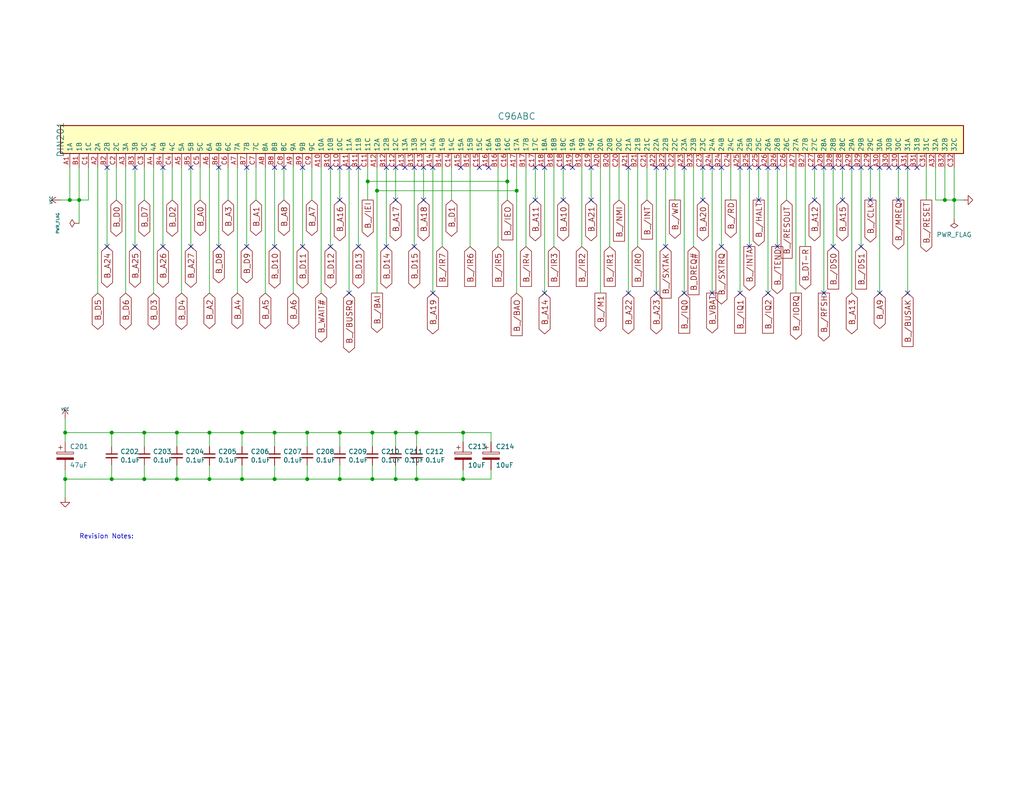
<source format=kicad_sch>
(kicad_sch (version 20211123) (generator eeschema)
  (paper "A")
  (title_block (title "ECB SCSI-1.0") (date "2020-12-30") (rev "001") (company "RetroBrew Computers Group") (comment 1 "Licensed for hobbyist use only.") (comment 2 "Copyright (c) 2020 Richard Cini. All Rights Reserved."))
  (lib_symbols
    (symbol "Device:C_Small" (pin_numbers hide) (pin_names (offset 0.254) hide)
      (property "Reference" "C" (at 0.254 1.778 0))
      (property "Value" "C_Small" (at 0.254 -2.032 0))
      (symbol "C_Small_0_1"
        (polyline (pts (xy -1.524 -0.508) (xy 1.524 -0.508)) (stroke (width 0.3302)))
        (polyline (pts (xy -1.524 0.508) (xy 1.524 0.508)) (stroke (width 0.3048)))
      )
      (symbol "C_Small_1_1"
        (pin passive line (at 0 2.54 270) (length 2.032) (name "~") (number "1"))
        (pin passive line (at 0 -2.54 90) (length 2.032) (name "~") (number "2"))
      )
    )
    (symbol "ECB-SCSI-1.0-001-rescue:C96ABC-Connector"
      (property "Reference" "J" (at 0 125.73 0))
      (property "Value" "C96ABC-Connector" (at 6.35 1.27 90))
      (symbol "C96ABC-Connector_0_1"
        (rectangle (start -3.81 -121.92) (end 3.81 124.46) (stroke (width 0.254)) (fill (type background)))
      )
      (symbol "C96ABC-Connector_1_1"
        (pin passive line (at -7.62 121.92 0) (length 3.81) (name "1A") (number "A1"))
        (pin passive line (at -7.62 53.34 0) (length 3.81) (name "10A") (number "A10"))
        (pin passive line (at -7.62 45.72 0) (length 3.81) (name "11A") (number "A11"))
        (pin passive line (at -7.62 38.1 0) (length 3.81) (name "12A") (number "A12"))
        (pin passive line (at -7.62 30.48 0) (length 3.81) (name "13A") (number "A13"))
        (pin passive line (at -7.62 22.86 0) (length 3.81) (name "14A") (number "A14"))
        (pin passive line (at -7.62 15.24 0) (length 3.81) (name "15A") (number "A15"))
        (pin passive line (at -7.62 7.62 0) (length 3.81) (name "16A") (number "A16"))
        (pin passive line (at -7.62 0 0) (length 3.81) (name "17A") (number "A17"))
        (pin passive line (at -7.62 -7.62 0) (length 3.81) (name "18A") (number "A18"))
        (pin passive line (at -7.62 -15.24 0) (length 3.81) (name "19A") (number "A19"))
        (pin passive line (at -7.62 114.3 0) (length 3.81) (name "2A") (number "A2"))
        (pin passive line (at -7.62 -22.86 0) (length 3.81) (name "20A") (number "A20"))
        (pin tri_state line (at -7.62 -30.48 0) (length 3.81) (name "21A") (number "A21"))
        (pin passive line (at -7.62 -38.1 0) (length 3.81) (name "22A") (number "A22"))
        (pin passive line (at -7.62 -45.72 0) (length 3.81) (name "23A") (number "A23"))
        (pin passive line (at -7.62 -53.34 0) (length 3.81) (name "24A") (number "A24"))
        (pin passive line (at -7.62 -60.96 0) (length 3.81) (name "25A") (number "A25"))
        (pin passive line (at -7.62 -68.58 0) (length 3.81) (name "26A") (number "A26"))
        (pin passive line (at -7.62 -76.2 0) (length 3.81) (name "27A") (number "A27"))
        (pin passive line (at -7.62 -83.82 0) (length 3.81) (name "28A") (number "A28"))
        (pin passive line (at -7.62 -91.44 0) (length 3.81) (name "29A") (number "A29"))
        (pin passive line (at -7.62 106.68 0) (length 3.81) (name "3A") (number "A3"))
        (pin passive line (at -7.62 -99.06 0) (length 3.81) (name "30A") (number "A30"))
        (pin passive line (at -7.62 -106.68 0) (length 3.81) (name "31A") (number "A31"))
        (pin passive line (at -7.62 -114.3 0) (length 3.81) (name "32A") (number "A32"))
        (pin passive line (at -7.62 99.06 0) (length 3.81) (name "4A") (number "A4"))
        (pin passive line (at -7.62 91.44 0) (length 3.81) (name "5A") (number "A5"))
        (pin passive line (at -7.62 83.82 0) (length 3.81) (name "6A") (number "A6"))
        (pin passive line (at -7.62 76.2 0) (length 3.81) (name "7A") (number "A7"))
        (pin passive line (at -7.62 68.58 0) (length 3.81) (name "8A") (number "A8"))
        (pin passive line (at -7.62 60.96 0) (length 3.81) (name "9A") (number "A9"))
        (pin passive line (at -7.62 119.38 0) (length 3.81) (name "1B") (number "B1"))
        (pin passive line (at -7.62 50.8 0) (length 3.81) (name "10B") (number "B10"))
        (pin passive line (at -7.62 43.18 0) (length 3.81) (name "11B") (number "B11"))
        (pin passive line (at -7.62 35.56 0) (length 3.81) (name "12B") (number "B12"))
        (pin passive line (at -7.62 27.94 0) (length 3.81) (name "13B") (number "B13"))
        (pin passive line (at -7.62 20.32 0) (length 3.81) (name "14B") (number "B14"))
        (pin passive line (at -7.62 12.7 0) (length 3.81) (name "15B") (number "B15"))
        (pin passive line (at -7.62 5.08 0) (length 3.81) (name "16B") (number "B16"))
        (pin passive line (at -7.62 -2.54 0) (length 3.81) (name "17B") (number "B17"))
        (pin passive line (at -7.62 -10.16 0) (length 3.81) (name "18B") (number "B18"))
        (pin passive line (at -7.62 -17.78 0) (length 3.81) (name "19B") (number "B19"))
        (pin passive line (at -7.62 111.76 0) (length 3.81) (name "2B") (number "B2"))
        (pin passive line (at -7.62 -25.4 0) (length 3.81) (name "20B") (number "B20"))
        (pin passive line (at -7.62 -33.02 0) (length 3.81) (name "21B") (number "B21"))
        (pin passive line (at -7.62 -40.64 0) (length 3.81) (name "22B") (number "B22"))
        (pin passive line (at -7.62 -48.26 0) (length 3.81) (name "23B") (number "B23"))
        (pin passive line (at -7.62 -55.88 0) (length 3.81) (name "24B") (number "B24"))
        (pin passive line (at -7.62 -63.5 0) (length 3.81) (name "25B") (number "B25"))
        (pin passive line (at -7.62 -71.12 0) (length 3.81) (name "26B") (number "B26"))
        (pin passive line (at -7.62 -78.74 0) (length 3.81) (name "27B") (number "B27"))
        (pin passive line (at -7.62 -86.36 0) (length 3.81) (name "28B") (number "B28"))
        (pin passive line (at -7.62 -93.98 0) (length 3.81) (name "29B") (number "B29"))
        (pin passive line (at -7.62 104.14 0) (length 3.81) (name "3B") (number "B3"))
        (pin passive line (at -7.62 -101.6 0) (length 3.81) (name "30B") (number "B30"))
        (pin passive line (at -7.62 -109.22 0) (length 3.81) (name "31B") (number "B31"))
        (pin passive line (at -7.62 -116.84 0) (length 3.81) (name "32B") (number "B32"))
        (pin passive line (at -7.62 96.52 0) (length 3.81) (name "4B") (number "B4"))
        (pin passive line (at -7.62 88.9 0) (length 3.81) (name "5B") (number "B5"))
        (pin passive line (at -7.62 81.28 0) (length 3.81) (name "6B") (number "B6"))
        (pin passive line (at -7.62 73.66 0) (length 3.81) (name "7B") (number "B7"))
        (pin passive line (at -7.62 66.04 0) (length 3.81) (name "8B") (number "B8"))
        (pin passive line (at -7.62 58.42 0) (length 3.81) (name "9B") (number "B9"))
        (pin passive line (at -7.62 116.84 0) (length 3.81) (name "1C") (number "C1"))
        (pin passive line (at -7.62 48.26 0) (length 3.81) (name "10C") (number "C10"))
        (pin passive line (at -7.62 40.64 0) (length 3.81) (name "11C") (number "C11"))
        (pin passive line (at -7.62 33.02 0) (length 3.81) (name "12C") (number "C12"))
        (pin passive line (at -7.62 25.4 0) (length 3.81) (name "13C") (number "C13"))
        (pin passive line (at -7.62 17.78 0) (length 3.81) (name "14C") (number "C14"))
        (pin passive line (at -7.62 10.16 0) (length 3.81) (name "15C") (number "C15"))
        (pin passive line (at -7.62 2.54 0) (length 3.81) (name "16C") (number "C16"))
        (pin passive line (at -7.62 -5.08 0) (length 3.81) (name "17C") (number "C17"))
        (pin passive line (at -7.62 -12.7 0) (length 3.81) (name "18C") (number "C18"))
        (pin passive line (at -7.62 -20.32 0) (length 3.81) (name "19C") (number "C19"))
        (pin passive line (at -7.62 109.22 0) (length 3.81) (name "2C") (number "C2"))
        (pin passive line (at -7.62 -27.94 0) (length 3.81) (name "20C") (number "C20"))
        (pin passive line (at -7.62 -35.56 0) (length 3.81) (name "21C") (number "C21"))
        (pin passive line (at -7.62 -43.18 0) (length 3.81) (name "22C") (number "C22"))
        (pin passive line (at -7.62 -50.8 0) (length 3.81) (name "23C") (number "C23"))
        (pin passive line (at -7.62 -58.42 0) (length 3.81) (name "24C") (number "C24"))
        (pin passive line (at -7.62 -66.04 0) (length 3.81) (name "25C") (number "C25"))
        (pin passive line (at -7.62 -73.66 0) (length 3.81) (name "26C") (number "C26"))
        (pin passive line (at -7.62 -81.28 0) (length 3.81) (name "27C") (number "C27"))
        (pin passive line (at -7.62 -88.9 0) (length 3.81) (name "28C") (number "C28"))
        (pin passive line (at -7.62 -96.52 0) (length 3.81) (name "29C") (number "C29"))
        (pin passive line (at -7.62 101.6 0) (length 3.81) (name "3C") (number "C3"))
        (pin passive line (at -7.62 -104.14 0) (length 3.81) (name "30C") (number "C30"))
        (pin passive line (at -7.62 -111.76 0) (length 3.81) (name "31C") (number "C31"))
        (pin passive line (at -7.62 -119.38 0) (length 3.81) (name "32C") (number "C32"))
        (pin passive line (at -7.62 93.98 0) (length 3.81) (name "4C") (number "C4"))
        (pin passive line (at -7.62 86.36 0) (length 3.81) (name "5C") (number "C5"))
        (pin passive line (at -7.62 78.74 0) (length 3.81) (name "6C") (number "C6"))
        (pin passive line (at -7.62 71.12 0) (length 3.81) (name "7C") (number "C7"))
        (pin passive line (at -7.62 63.5 0) (length 3.81) (name "8C") (number "C8"))
        (pin passive line (at -7.62 55.88 0) (length 3.81) (name "9C") (number "C9"))
      )
    )
    (symbol "ECB-SCSI-1.0-001-rescue:CP-Device" (pin_numbers hide) (pin_names (offset 0.254))
      (property "Reference" "C" (at 0.635 2.54 0))
      (property "Value" "CP-Device" (at 0.635 -2.54 0))
      (symbol "CP-Device_0_1"
        (rectangle (start -2.286 0.508) (end 2.286 1.016))
        (polyline (pts (xy -1.778 2.286) (xy -0.762 2.286)))
        (polyline (pts (xy -1.27 2.794) (xy -1.27 1.778)))
        (rectangle (start 2.286 -0.508) (end -2.286 -1.016) (fill (type outline)))
      )
      (symbol "CP-Device_1_1"
        (pin passive line (at 0 3.81 270) (length 2.794) (name "~") (number "1"))
        (pin passive line (at 0 -3.81 90) (length 2.794) (name "~") (number "2"))
      )
    )
    (symbol "power:GND" (power) (pin_names (offset 0))
      (property "Value" "GND" (at 0 -3.81 0))
      (symbol "GND_0_1"
        (polyline (pts (xy 0 0) (xy 0 -1.27) (xy 1.27 -1.27) (xy 0 -2.54) (xy -1.27 -1.27) (xy 0 -1.27)))
      )
      (symbol "GND_1_1"
        (pin power_in line (at 0 0 270) (length 0) hide (name "GND") (number "1"))
      )
    )
    (symbol "power:PWR_FLAG" (power) (pin_numbers hide) (pin_names (offset 0) hide)
      (property "Value" "PWR_FLAG" (at 0 3.81 0))
      (symbol "PWR_FLAG_0_0"
        (pin power_out line (at 0 0 90) (length 0) (name "pwr") (number "1"))
      )
      (symbol "PWR_FLAG_0_1"
        (polyline (pts (xy 0 0) (xy 0 1.27) (xy -1.016 1.905) (xy 0 2.54) (xy 1.016 1.905) (xy 0 1.27)))
      )
    )
    (symbol "power:VCC" (power) (pin_names (offset 0))
      (property "Value" "VCC" (at 0 3.81 0))
      (symbol "VCC_0_1"
        (polyline (pts (xy -0.762 1.27) (xy 0 2.54)))
        (polyline (pts (xy 0 0) (xy 0 2.54)))
        (polyline (pts (xy 0 2.54) (xy 0.762 1.27)))
      )
      (symbol "VCC_1_1"
        (pin power_in line (at 0 0 90) (length 0) hide (name "VCC") (number "1"))
      )
    )
  )
  (junction (at 74.93 130.81))
  (junction (at 140.97 52.07))
  (junction (at 48.26 118.11))
  (junction (at 30.48 130.81))
  (junction (at 17.78 118.11))
  (junction (at 257.81 54.61))
  (junction (at 21.59 54.61))
  (junction (at 66.04 118.11))
  (junction (at 17.78 130.81))
  (junction (at 92.71 130.81))
  (junction (at 107.95 130.81))
  (junction (at 39.37 118.11))
  (junction (at 92.71 118.11))
  (junction (at 100.33 49.53))
  (junction (at 113.665 130.81))
  (junction (at 39.37 130.81))
  (junction (at 30.48 118.11))
  (junction (at 102.87 52.07))
  (junction (at 260.35 54.61))
  (junction (at 48.26 130.81))
  (junction (at 126.365 130.81))
  (junction (at 83.82 118.11))
  (junction (at 126.365 118.11))
  (junction (at 57.15 118.11))
  (junction (at 101.6 118.11))
  (junction (at 74.93 118.11))
  (junction (at 113.665 118.11))
  (junction (at 19.05 54.61))
  (junction (at 57.15 130.81))
  (junction (at 66.04 130.81))
  (junction (at 138.43 49.53))
  (junction (at 83.82 130.81))
  (junction (at 107.95 118.11))
  (junction (at 101.6 130.81))
  (no_connect (at 52.07 45.72))
  (no_connect (at 171.45 80.01))
  (no_connect (at 161.29 45.72))
  (no_connect (at 247.65 45.72))
  (no_connect (at 186.69 80.01))
  (no_connect (at 148.59 80.01))
  (no_connect (at 74.93 45.72))
  (no_connect (at 245.11 54.61))
  (no_connect (at 234.95 67.31))
  (no_connect (at 125.73 45.72))
  (no_connect (at 148.59 45.72))
  (no_connect (at 59.69 67.31))
  (no_connect (at 105.41 67.31))
  (no_connect (at 29.21 45.72))
  (no_connect (at 227.33 45.72))
  (no_connect (at 97.79 45.72))
  (no_connect (at 207.01 54.61))
  (no_connect (at 212.09 67.31))
  (no_connect (at 44.45 67.31))
  (no_connect (at 118.11 80.01))
  (no_connect (at 113.03 67.31))
  (no_connect (at 105.41 45.72))
  (no_connect (at 107.95 54.61))
  (no_connect (at 240.03 80.01))
  (no_connect (at 146.05 45.72))
  (no_connect (at 92.71 54.61))
  (no_connect (at 29.21 67.31))
  (no_connect (at 67.31 45.72))
  (no_connect (at 227.33 67.31))
  (no_connect (at 196.85 45.72))
  (no_connect (at 209.55 80.01))
  (no_connect (at 118.11 45.72))
  (no_connect (at 97.79 67.31))
  (no_connect (at 240.03 45.72))
  (no_connect (at 59.69 45.72))
  (no_connect (at 115.57 45.72))
  (no_connect (at 82.55 45.72))
  (no_connect (at 90.17 67.31))
  (no_connect (at 229.87 54.61))
  (no_connect (at 209.55 45.72))
  (no_connect (at 115.57 54.61))
  (no_connect (at 95.25 45.72))
  (no_connect (at 110.49 45.72))
  (no_connect (at 90.17 45.72))
  (no_connect (at 113.03 45.72))
  (no_connect (at 181.61 67.31))
  (no_connect (at 204.47 45.72))
  (no_connect (at 222.25 45.72))
  (no_connect (at 153.67 54.61))
  (no_connect (at 107.95 45.72))
  (no_connect (at 82.55 67.31))
  (no_connect (at 36.83 67.31))
  (no_connect (at 234.95 45.72))
  (no_connect (at 77.47 45.72))
  (no_connect (at 179.07 45.72))
  (no_connect (at 44.45 45.72))
  (no_connect (at 207.01 45.72))
  (no_connect (at 194.31 80.01))
  (no_connect (at 92.71 45.72))
  (no_connect (at 36.83 45.72))
  (no_connect (at 224.79 80.01))
  (no_connect (at 222.25 54.61))
  (no_connect (at 250.19 45.72))
  (no_connect (at 194.31 45.72))
  (no_connect (at 237.49 45.72))
  (no_connect (at 52.07 67.31))
  (no_connect (at 191.77 54.61))
  (no_connect (at 191.77 45.72))
  (no_connect (at 156.21 45.72))
  (no_connect (at 201.93 80.01))
  (no_connect (at 224.79 45.72))
  (no_connect (at 212.09 45.72))
  (no_connect (at 95.25 80.01))
  (no_connect (at 161.29 54.61))
  (no_connect (at 196.85 67.31))
  (no_connect (at 153.67 45.72))
  (no_connect (at 146.05 54.61))
  (no_connect (at 229.87 45.72))
  (no_connect (at 171.45 45.72))
  (no_connect (at 201.93 45.72))
  (no_connect (at 245.11 45.72))
  (no_connect (at 232.41 45.72))
  (no_connect (at 130.81 45.72))
  (no_connect (at 133.35 45.72))
  (no_connect (at 67.31 67.31))
  (no_connect (at 179.07 80.01))
  (no_connect (at 204.47 67.31))
  (no_connect (at 242.57 45.72))
  (no_connect (at 186.69 45.72))
  (no_connect (at 74.93 67.31))
  (no_connect (at 237.49 54.61))
  (no_connect (at 247.65 80.01))
  (no_connect (at 181.61 45.72))
  (wire (pts (xy 168.91 45.72) (xy 168.91 54.61)))
  (wire (pts (xy 260.35 45.72) (xy 260.35 54.61)))
  (wire (pts (xy 184.15 45.72) (xy 184.15 54.61)))
  (wire (pts (xy 57.15 118.11) (xy 66.04 118.11)))
  (wire (pts (xy 30.48 118.11) (xy 39.37 118.11)))
  (wire (pts (xy 153.67 45.72) (xy 153.67 54.61)))
  (wire (pts (xy 140.97 52.07) (xy 102.87 52.07)))
  (wire (pts (xy 135.89 45.72) (xy 135.89 67.31)))
  (wire (pts (xy 227.33 45.72) (xy 227.33 67.31)))
  (wire (pts (xy 173.99 45.72) (xy 173.99 67.31)))
  (wire (pts (xy 133.985 118.11) (xy 133.985 120.65)))
  (wire (pts (xy 102.87 52.07) (xy 102.87 80.01)))
  (wire (pts (xy 46.99 45.72) (xy 46.99 54.61)))
  (wire (pts (xy 201.93 45.72) (xy 201.93 80.01)))
  (wire (pts (xy 17.78 128.27) (xy 17.78 130.81)))
  (wire (pts (xy 62.23 45.72) (xy 62.23 54.61)))
  (wire (pts (xy 212.09 45.72) (xy 212.09 67.31)))
  (wire (pts (xy 16.51 54.61) (xy 19.05 54.61)))
  (wire (pts (xy 83.82 130.81) (xy 74.93 130.81)))
  (wire (pts (xy 229.87 45.72) (xy 229.87 54.61)))
  (wire (pts (xy 90.17 45.72) (xy 90.17 67.31)))
  (wire (pts (xy 100.33 45.72) (xy 100.33 49.53)))
  (wire (pts (xy 140.97 45.72) (xy 140.97 52.07)))
  (wire (pts (xy 74.93 45.72) (xy 74.93 67.31)))
  (wire (pts (xy 57.15 127) (xy 57.15 130.81)))
  (wire (pts (xy 101.6 127) (xy 101.6 130.81)))
  (wire (pts (xy 120.65 45.72) (xy 120.65 67.31)))
  (wire (pts (xy 222.25 45.72) (xy 222.25 54.61)))
  (wire (pts (xy 176.53 45.72) (xy 176.53 54.61)))
  (wire (pts (xy 255.27 54.61) (xy 257.81 54.61)))
  (wire (pts (xy 101.6 130.81) (xy 107.95 130.81)))
  (wire (pts (xy 17.78 130.81) (xy 17.78 135.89)))
  (wire (pts (xy 67.31 45.72) (xy 67.31 67.31)))
  (wire (pts (xy 199.39 45.72) (xy 199.39 54.61)))
  (wire (pts (xy 69.85 45.72) (xy 69.85 54.61)))
  (wire (pts (xy 74.93 118.11) (xy 83.82 118.11)))
  (wire (pts (xy 113.665 130.81) (xy 126.365 130.81)))
  (wire (pts (xy 41.91 45.72) (xy 41.91 80.01)))
  (wire (pts (xy 85.09 45.72) (xy 85.09 54.61)))
  (wire (pts (xy 151.13 45.72) (xy 151.13 67.31)))
  (wire (pts (xy 39.37 121.92) (xy 39.37 118.11)))
  (wire (pts (xy 260.35 54.61) (xy 260.35 59.69)))
  (wire (pts (xy 255.27 45.72) (xy 255.27 54.61)))
  (wire (pts (xy 82.55 45.72) (xy 82.55 67.31)))
  (wire (pts (xy 29.21 45.72) (xy 29.21 67.31)))
  (wire (pts (xy 207.01 45.72) (xy 207.01 54.61)))
  (wire (pts (xy 44.45 45.72) (xy 44.45 67.31)))
  (wire (pts (xy 19.05 45.72) (xy 19.05 54.61)))
  (wire (pts (xy 83.82 118.11) (xy 92.71 118.11)))
  (wire (pts (xy 39.37 130.81) (xy 30.48 130.81)))
  (wire (pts (xy 66.04 127) (xy 66.04 130.81)))
  (wire (pts (xy 171.45 45.72) (xy 171.45 80.01)))
  (wire (pts (xy 102.87 45.72) (xy 102.87 52.07)))
  (wire (pts (xy 95.25 45.72) (xy 95.25 80.01)))
  (wire (pts (xy 21.59 54.61) (xy 21.59 60.96)))
  (wire (pts (xy 48.26 127) (xy 48.26 130.81)))
  (wire (pts (xy 179.07 45.72) (xy 179.07 80.01)))
  (wire (pts (xy 217.17 45.72) (xy 217.17 80.01)))
  (wire (pts (xy 48.26 118.11) (xy 48.26 121.92)))
  (wire (pts (xy 92.71 45.72) (xy 92.71 54.61)))
  (wire (pts (xy 74.93 127) (xy 74.93 130.81)))
  (wire (pts (xy 36.83 45.72) (xy 36.83 67.31)))
  (wire (pts (xy 59.69 45.72) (xy 59.69 67.31)))
  (wire (pts (xy 113.665 127) (xy 113.665 130.81)))
  (wire (pts (xy 92.71 127) (xy 92.71 130.81)))
  (wire (pts (xy 133.985 130.81) (xy 133.985 128.27)))
  (wire (pts (xy 57.15 45.72) (xy 57.15 80.01)))
  (wire (pts (xy 128.27 45.72) (xy 128.27 67.31)))
  (wire (pts (xy 115.57 45.72) (xy 115.57 54.61)))
  (wire (pts (xy 80.01 45.72) (xy 80.01 80.01)))
  (wire (pts (xy 64.77 45.72) (xy 64.77 80.01)))
  (wire (pts (xy 237.49 45.72) (xy 237.49 54.61)))
  (wire (pts (xy 101.6 118.11) (xy 101.6 121.92)))
  (wire (pts (xy 100.33 49.53) (xy 138.43 49.53)))
  (wire (pts (xy 105.41 45.72) (xy 105.41 67.31)))
  (wire (pts (xy 107.95 118.11) (xy 101.6 118.11)))
  (wire (pts (xy 123.19 45.72) (xy 123.19 54.61)))
  (wire (pts (xy 138.43 45.72) (xy 138.43 49.53)))
  (wire (pts (xy 204.47 45.72) (xy 204.47 67.31)))
  (wire (pts (xy 30.48 118.11) (xy 17.78 118.11)))
  (wire (pts (xy 113.665 130.81) (xy 107.95 130.81)))
  (wire (pts (xy 21.59 54.61) (xy 24.13 54.61)))
  (wire (pts (xy 126.365 128.27) (xy 126.365 130.81)))
  (wire (pts (xy 92.71 118.11) (xy 101.6 118.11)))
  (wire (pts (xy 257.81 54.61) (xy 260.35 54.61)))
  (wire (pts (xy 126.365 130.81) (xy 133.985 130.81)))
  (wire (pts (xy 214.63 45.72) (xy 214.63 54.61)))
  (wire (pts (xy 143.51 45.72) (xy 143.51 67.31)))
  (wire (pts (xy 30.48 127) (xy 30.48 130.81)))
  (wire (pts (xy 234.95 45.72) (xy 234.95 67.31)))
  (wire (pts (xy 260.35 54.61) (xy 262.89 54.61)))
  (wire (pts (xy 83.82 127) (xy 83.82 130.81)))
  (wire (pts (xy 232.41 45.72) (xy 232.41 80.01)))
  (wire (pts (xy 39.37 45.72) (xy 39.37 54.61)))
  (wire (pts (xy 66.04 130.81) (xy 57.15 130.81)))
  (wire (pts (xy 17.78 118.11) (xy 17.78 120.65)))
  (wire (pts (xy 39.37 118.11) (xy 48.26 118.11)))
  (wire (pts (xy 247.65 45.72) (xy 247.65 80.01)))
  (wire (pts (xy 186.69 45.72) (xy 186.69 80.01)))
  (wire (pts (xy 107.95 45.72) (xy 107.95 54.61)))
  (wire (pts (xy 196.85 45.72) (xy 196.85 67.31)))
  (wire (pts (xy 48.26 130.81) (xy 39.37 130.81)))
  (wire (pts (xy 163.83 45.72) (xy 163.83 80.01)))
  (wire (pts (xy 97.79 45.72) (xy 97.79 67.31)))
  (wire (pts (xy 100.33 49.53) (xy 100.33 54.61)))
  (wire (pts (xy 26.67 45.72) (xy 26.67 80.01)))
  (wire (pts (xy 87.63 45.72) (xy 87.63 80.01)))
  (wire (pts (xy 74.93 130.81) (xy 66.04 130.81)))
  (wire (pts (xy 219.71 45.72) (xy 219.71 67.31)))
  (wire (pts (xy 52.07 45.72) (xy 52.07 67.31)))
  (wire (pts (xy 72.39 45.72) (xy 72.39 80.01)))
  (wire (pts (xy 19.05 54.61) (xy 21.59 54.61)))
  (wire (pts (xy 39.37 127) (xy 39.37 130.81)))
  (wire (pts (xy 181.61 45.72) (xy 181.61 67.31)))
  (wire (pts (xy 107.95 130.81) (xy 107.95 127)))
  (wire (pts (xy 252.73 45.72) (xy 252.73 54.61)))
  (wire (pts (xy 126.365 118.11) (xy 133.985 118.11)))
  (wire (pts (xy 57.15 130.81) (xy 48.26 130.81)))
  (wire (pts (xy 21.59 45.72) (xy 21.59 54.61)))
  (wire (pts (xy 66.04 118.11) (xy 66.04 121.92)))
  (wire (pts (xy 146.05 45.72) (xy 146.05 54.61)))
  (wire (pts (xy 191.77 45.72) (xy 191.77 54.61)))
  (wire (pts (xy 34.29 45.72) (xy 34.29 80.01)))
  (wire (pts (xy 24.13 45.72) (xy 24.13 54.61)))
  (wire (pts (xy 245.11 45.72) (xy 245.11 54.61)))
  (wire (pts (xy 48.26 118.11) (xy 57.15 118.11)))
  (wire (pts (xy 57.15 121.92) (xy 57.15 118.11)))
  (wire (pts (xy 148.59 45.72) (xy 148.59 80.01)))
  (wire (pts (xy 83.82 118.11) (xy 83.82 121.92)))
  (wire (pts (xy 166.37 45.72) (xy 166.37 67.31)))
  (wire (pts (xy 240.03 45.72) (xy 240.03 80.01)))
  (wire (pts (xy 194.31 45.72) (xy 194.31 80.01)))
  (wire (pts (xy 107.95 121.92) (xy 107.95 118.11)))
  (wire (pts (xy 140.97 52.07) (xy 140.97 80.01)))
  (wire (pts (xy 77.47 45.72) (xy 77.47 54.61)))
  (wire (pts (xy 118.11 45.72) (xy 118.11 80.01)))
  (wire (pts (xy 30.48 130.81) (xy 17.78 130.81)))
  (wire (pts (xy 209.55 45.72) (xy 209.55 80.01)))
  (wire (pts (xy 113.665 121.92) (xy 113.665 118.11)))
  (wire (pts (xy 54.61 45.72) (xy 54.61 54.61)))
  (wire (pts (xy 161.29 45.72) (xy 161.29 54.61)))
  (wire (pts (xy 49.53 45.72) (xy 49.53 80.01)))
  (wire (pts (xy 113.665 118.11) (xy 107.95 118.11)))
  (wire (pts (xy 30.48 121.92) (xy 30.48 118.11)))
  (wire (pts (xy 66.04 118.11) (xy 74.93 118.11)))
  (wire (pts (xy 126.365 118.11) (xy 126.365 120.65)))
  (wire (pts (xy 31.75 45.72) (xy 31.75 54.61)))
  (wire (pts (xy 138.43 49.53) (xy 138.43 54.61)))
  (wire (pts (xy 158.75 45.72) (xy 158.75 67.31)))
  (wire (pts (xy 74.93 121.92) (xy 74.93 118.11)))
  (wire (pts (xy 113.665 118.11) (xy 126.365 118.11)))
  (wire (pts (xy 92.71 130.81) (xy 83.82 130.81)))
  (wire (pts (xy 101.6 130.81) (xy 92.71 130.81)))
  (wire (pts (xy 189.23 45.72) (xy 189.23 67.31)))
  (wire (pts (xy 17.78 114.3) (xy 17.78 118.11)))
  (wire (pts (xy 113.03 45.72) (xy 113.03 67.31)))
  (wire (pts (xy 92.71 118.11) (xy 92.71 121.92)))
  (wire (pts (xy 257.81 45.72) (xy 257.81 54.61)))
  (wire (pts (xy 224.79 45.72) (xy 224.79 80.01)))
  (text "Revision Notes:" (at 21.59 147.32 0) (effects (font (size 1.27 1.27)) (justify left bottom)))
  (global_label "B_A12" (shape tri_state) (at 222.25 54.61 270) (effects (font (size 1.524 1.524))) (property "Intersheet References" "${INTERSHEET_REFS}" (effects hide)))
  (global_label "B_/DS1" (shape input) (at 234.95 67.31 270) (effects (font (size 1.524 1.524))) (property "Intersheet References" "${INTERSHEET_REFS}" (effects hide)))
  (global_label "B_D7" (shape bidirectional) (at 39.37 54.61 270) (effects (font (size 1.524 1.524))) (property "Intersheet References" "${INTERSHEET_REFS}" (effects hide)))
  (global_label "B_D15" (shape tri_state) (at 113.03 67.31 270) (effects (font (size 1.524 1.524))) (property "Intersheet References" "${INTERSHEET_REFS}" (effects hide)))
  (global_label "B_A17" (shape tri_state) (at 107.95 54.61 270) (effects (font (size 1.524 1.524))) (property "Intersheet References" "${INTERSHEET_REFS}" (effects hide)))
  (global_label "B_/IEI" (shape output) (at 100.33 54.61 270) (effects (font (size 1.524 1.524))) (property "Intersheet References" "${INTERSHEET_REFS}" (effects hide)))
  (global_label "B_/IQ2" (shape input) (at 209.55 80.01 270) (effects (font (size 1.524 1.524))) (property "Intersheet References" "${INTERSHEET_REFS}" (effects hide)))
  (global_label "B_A24" (shape bidirectional) (at 29.21 67.31 270) (effects (font (size 1.524 1.524))) (property "Intersheet References" "${INTERSHEET_REFS}" (effects hide)))
  (global_label "B_/BUSRQ" (shape bidirectional) (at 95.25 80.01 270) (effects (font (size 1.524 1.524))) (property "Intersheet References" "${INTERSHEET_REFS}" (effects hide)))
  (global_label "B_/IEO" (shape input) (at 138.43 54.61 270) (effects (font (size 1.524 1.524))) (property "Intersheet References" "${INTERSHEET_REFS}" (effects hide)))
  (global_label "B_A0" (shape bidirectional) (at 54.61 54.61 270) (effects (font (size 1.524 1.524))) (property "Intersheet References" "${INTERSHEET_REFS}" (effects hide)))
  (global_label "B_/IQ1" (shape input) (at 201.93 80.01 270) (effects (font (size 1.524 1.524))) (property "Intersheet References" "${INTERSHEET_REFS}" (effects hide)))
  (global_label "B_A22" (shape bidirectional) (at 171.45 80.01 270) (effects (font (size 1.524 1.524))) (property "Intersheet References" "${INTERSHEET_REFS}" (effects hide)))
  (global_label "B_/IR7" (shape input) (at 120.65 67.31 270) (effects (font (size 1.524 1.524))) (property "Intersheet References" "${INTERSHEET_REFS}" (effects hide)))
  (global_label "B_D9" (shape tri_state) (at 67.31 67.31 270) (effects (font (size 1.524 1.524))) (property "Intersheet References" "${INTERSHEET_REFS}" (effects hide)))
  (global_label "B_D1" (shape bidirectional) (at 123.19 54.61 270) (effects (font (size 1.524 1.524))) (property "Intersheet References" "${INTERSHEET_REFS}" (effects hide)))
  (global_label "B_D8" (shape tri_state) (at 59.69 67.31 270) (effects (font (size 1.524 1.524))) (property "Intersheet References" "${INTERSHEET_REFS}" (effects hide)))
  (global_label "B_/SXTRQ" (shape tri_state) (at 196.85 67.31 270) (effects (font (size 1.524 1.524))) (property "Intersheet References" "${INTERSHEET_REFS}" (effects hide)))
  (global_label "B_A4" (shape bidirectional) (at 64.77 80.01 270) (effects (font (size 1.524 1.524))) (property "Intersheet References" "${INTERSHEET_REFS}" (effects hide)))
  (global_label "B_A9" (shape tri_state) (at 240.03 80.01 270) (effects (font (size 1.524 1.524))) (property "Intersheet References" "${INTERSHEET_REFS}" (effects hide)))
  (global_label "B_/NMI" (shape input) (at 168.91 54.61 270) (effects (font (size 1.524 1.524))) (property "Intersheet References" "${INTERSHEET_REFS}" (effects hide)))
  (global_label "B_/RFSH" (shape output) (at 224.79 80.01 270) (effects (font (size 1.524 1.524))) (property "Intersheet References" "${INTERSHEET_REFS}" (effects hide)))
  (global_label "B_A25" (shape bidirectional) (at 36.83 67.31 270) (effects (font (size 1.524 1.524))) (property "Intersheet References" "${INTERSHEET_REFS}" (effects hide)))
  (global_label "B_A27" (shape bidirectional) (at 52.07 67.31 270) (effects (font (size 1.524 1.524))) (property "Intersheet References" "${INTERSHEET_REFS}" (effects hide)))
  (global_label "B_D12" (shape tri_state) (at 90.17 67.31 270) (effects (font (size 1.524 1.524))) (property "Intersheet References" "${INTERSHEET_REFS}" (effects hide)))
  (global_label "B_DREQ#" (shape input) (at 189.23 67.31 270) (effects (font (size 1.524 1.524))) (property "Intersheet References" "${INTERSHEET_REFS}" (effects hide)))
  (global_label "B_/IR2" (shape input) (at 158.75 67.31 270) (effects (font (size 1.524 1.524))) (property "Intersheet References" "${INTERSHEET_REFS}" (effects hide)))
  (global_label "B_A18" (shape tri_state) (at 115.57 54.61 270) (effects (font (size 1.524 1.524))) (property "Intersheet References" "${INTERSHEET_REFS}" (effects hide)))
  (global_label "B_/TEND" (shape output) (at 212.09 67.31 270) (effects (font (size 1.524 1.524))) (property "Intersheet References" "${INTERSHEET_REFS}" (effects hide)))
  (global_label "B_/IR4" (shape input) (at 143.51 67.31 270) (effects (font (size 1.524 1.524))) (property "Intersheet References" "${INTERSHEET_REFS}" (effects hide)))
  (global_label "B_A10" (shape tri_state) (at 153.67 54.61 270) (effects (font (size 1.524 1.524))) (property "Intersheet References" "${INTERSHEET_REFS}" (effects hide)))
  (global_label "B_D0" (shape bidirectional) (at 31.75 54.61 270) (effects (font (size 1.524 1.524))) (property "Intersheet References" "${INTERSHEET_REFS}" (effects hide)))
  (global_label "B_D5" (shape bidirectional) (at 26.67 80.01 270) (effects (font (size 1.524 1.524))) (property "Intersheet References" "${INTERSHEET_REFS}" (effects hide)))
  (global_label "B_/RESOUT" (shape input) (at 214.63 54.61 270) (effects (font (size 1.524 1.524))) (property "Intersheet References" "${INTERSHEET_REFS}" (effects hide)))
  (global_label "B_A13" (shape tri_state) (at 232.41 80.01 270) (effects (font (size 1.524 1.524))) (property "Intersheet References" "${INTERSHEET_REFS}" (effects hide)))
  (global_label "B_D2" (shape bidirectional) (at 46.99 54.61 270) (effects (font (size 1.524 1.524))) (property "Intersheet References" "${INTERSHEET_REFS}" (effects hide)))
  (global_label "B_A2" (shape bidirectional) (at 57.15 80.01 270) (effects (font (size 1.524 1.524))) (property "Intersheet References" "${INTERSHEET_REFS}" (effects hide)))
  (global_label "B_D6" (shape bidirectional) (at 34.29 80.01 270) (effects (font (size 1.524 1.524))) (property "Intersheet References" "${INTERSHEET_REFS}" (effects hide)))
  (global_label "B_WAIT#" (shape bidirectional) (at 87.63 80.01 270) (effects (font (size 1.524 1.524))) (property "Intersheet References" "${INTERSHEET_REFS}" (effects hide)))
  (global_label "B_D13" (shape tri_state) (at 97.79 67.31 270) (effects (font (size 1.524 1.524))) (property "Intersheet References" "${INTERSHEET_REFS}" (effects hide)))
  (global_label "B_A6" (shape bidirectional) (at 80.01 80.01 270) (effects (font (size 1.524 1.524))) (property "Intersheet References" "${INTERSHEET_REFS}" (effects hide)))
  (global_label "B_A26" (shape bidirectional) (at 44.45 67.31 270) (effects (font (size 1.524 1.524))) (property "Intersheet References" "${INTERSHEET_REFS}" (effects hide)))
  (global_label "B_A7" (shape bidirectional) (at 85.09 54.61 270) (effects (font (size 1.524 1.524))) (property "Intersheet References" "${INTERSHEET_REFS}" (effects hide)))
  (global_label "B_/IR3" (shape input) (at 151.13 67.31 270) (effects (font (size 1.524 1.524))) (property "Intersheet References" "${INTERSHEET_REFS}" (effects hide)))
  (global_label "B_A16" (shape bidirectional) (at 92.71 54.61 270) (effects (font (size 1.524 1.524))) (property "Intersheet References" "${INTERSHEET_REFS}" (effects hide)))
  (global_label "B_A15" (shape tri_state) (at 229.87 54.61 270) (effects (font (size 1.524 1.524))) (property "Intersheet References" "${INTERSHEET_REFS}" (effects hide)))
  (global_label "B_D14" (shape tri_state) (at 105.41 67.31 270) (effects (font (size 1.524 1.524))) (property "Intersheet References" "${INTERSHEET_REFS}" (effects hide)))
  (global_label "B_/IR0" (shape input) (at 173.99 67.31 270) (effects (font (size 1.524 1.524))) (property "Intersheet References" "${INTERSHEET_REFS}" (effects hide)))
  (global_label "B_A3" (shape bidirectional) (at 62.23 54.61 270) (effects (font (size 1.524 1.524))) (property "Intersheet References" "${INTERSHEET_REFS}" (effects hide)))
  (global_label "B_A11" (shape tri_state) (at 146.05 54.61 270) (effects (font (size 1.524 1.524))) (property "Intersheet References" "${INTERSHEET_REFS}" (effects hide)))
  (global_label "B_/INT" (shape input) (at 176.53 54.61 270) (effects (font (size 1.524 1.524))) (property "Intersheet References" "${INTERSHEET_REFS}" (effects hide)))
  (global_label "B_A14" (shape tri_state) (at 148.59 80.01 270) (effects (font (size 1.524 1.524))) (property "Intersheet References" "${INTERSHEET_REFS}" (effects hide)))
  (global_label "B_/WR" (shape output) (at 184.15 54.61 270) (effects (font (size 1.524 1.524))) (property "Intersheet References" "${INTERSHEET_REFS}" (effects hide)))
  (global_label "B_A21" (shape tri_state) (at 161.29 54.61 270) (effects (font (size 1.524 1.524))) (property "Intersheet References" "${INTERSHEET_REFS}" (effects hide)))
  (global_label "B_D4" (shape bidirectional) (at 49.53 80.01 270) (effects (font (size 1.524 1.524))) (property "Intersheet References" "${INTERSHEET_REFS}" (effects hide)))
  (global_label "B_/IR5" (shape input) (at 135.89 67.31 270) (effects (font (size 1.524 1.524))) (property "Intersheet References" "${INTERSHEET_REFS}" (effects hide)))
  (global_label "B_/IORQ" (shape output) (at 217.17 80.01 270) (effects (font (size 1.524 1.524))) (property "Intersheet References" "${INTERSHEET_REFS}" (effects hide)))
  (global_label "B_/SXTAK" (shape input) (at 181.61 67.31 270) (effects (font (size 1.524 1.524))) (property "Intersheet References" "${INTERSHEET_REFS}" (effects hide)))
  (global_label "B_/M1" (shape output) (at 163.83 80.01 270) (effects (font (size 1.524 1.524))) (property "Intersheet References" "${INTERSHEET_REFS}" (effects hide)))
  (global_label "B_D11" (shape tri_state) (at 82.55 67.31 270) (effects (font (size 1.524 1.524))) (property "Intersheet References" "${INTERSHEET_REFS}" (effects hide)))
  (global_label "B_/IQ0" (shape input) (at 186.69 80.01 270) (effects (font (size 1.524 1.524))) (property "Intersheet References" "${INTERSHEET_REFS}" (effects hide)))
  (global_label "B_/IR6" (shape input) (at 128.27 67.31 270) (effects (font (size 1.524 1.524))) (property "Intersheet References" "${INTERSHEET_REFS}" (effects hide)))
  (global_label "B_/BUSAK" (shape input) (at 247.65 80.01 270) (effects (font (size 1.524 1.524))) (property "Intersheet References" "${INTERSHEET_REFS}" (effects hide)))
  (global_label "B_/BAO" (shape input) (at 140.97 80.01 270) (effects (font (size 1.524 1.524))) (property "Intersheet References" "${INTERSHEET_REFS}" (effects hide)))
  (global_label "B_A1" (shape bidirectional) (at 69.85 54.61 270) (effects (font (size 1.524 1.524))) (property "Intersheet References" "${INTERSHEET_REFS}" (effects hide)))
  (global_label "B_VBAT" (shape output) (at 194.31 80.01 270) (effects (font (size 1.524 1.524))) (property "Intersheet References" "${INTERSHEET_REFS}" (effects hide)))
  (global_label "B_A19" (shape tri_state) (at 118.11 80.01 270) (effects (font (size 1.524 1.524))) (property "Intersheet References" "${INTERSHEET_REFS}" (effects hide)))
  (global_label "B_/CLK" (shape output) (at 237.49 54.61 270) (effects (font (size 1.524 1.524))) (property "Intersheet References" "${INTERSHEET_REFS}" (effects hide)))
  (global_label "B_/INTA" (shape output) (at 204.47 67.31 270) (effects (font (size 1.524 1.524))) (property "Intersheet References" "${INTERSHEET_REFS}" (effects hide)))
  (global_label "B_DT-R" (shape output) (at 219.71 67.31 270) (effects (font (size 1.524 1.524))) (property "Intersheet References" "${INTERSHEET_REFS}" (effects hide)))
  (global_label "B_A23" (shape bidirectional) (at 179.07 80.01 270) (effects (font (size 1.524 1.524))) (property "Intersheet References" "${INTERSHEET_REFS}" (effects hide)))
  (global_label "B_A8" (shape bidirectional) (at 77.47 54.61 270) (effects (font (size 1.524 1.524))) (property "Intersheet References" "${INTERSHEET_REFS}" (effects hide)))
  (global_label "B_/RD" (shape output) (at 199.39 54.61 270) (effects (font (size 1.524 1.524))) (property "Intersheet References" "${INTERSHEET_REFS}" (effects hide)))
  (global_label "B_/DS0" (shape input) (at 227.33 67.31 270) (effects (font (size 1.524 1.524))) (property "Intersheet References" "${INTERSHEET_REFS}" (effects hide)))
  (global_label "B_D3" (shape bidirectional) (at 41.91 80.01 270) (effects (font (size 1.524 1.524))) (property "Intersheet References" "${INTERSHEET_REFS}" (effects hide)))
  (global_label "B_A5" (shape bidirectional) (at 72.39 80.01 270) (effects (font (size 1.524 1.524))) (property "Intersheet References" "${INTERSHEET_REFS}" (effects hide)))
  (global_label "B_/RESET" (shape output) (at 252.73 54.61 270) (effects (font (size 1.524 1.524))) (property "Intersheet References" "${INTERSHEET_REFS}" (effects hide)))
  (global_label "B_A20" (shape bidirectional) (at 191.77 54.61 270) (effects (font (size 1.524 1.524))) (property "Intersheet References" "${INTERSHEET_REFS}" (effects hide)))
  (global_label "B_D10" (shape tri_state) (at 74.93 67.31 270) (effects (font (size 1.524 1.524))) (property "Intersheet References" "${INTERSHEET_REFS}" (effects hide)))
  (global_label "B_/HALT" (shape output) (at 207.01 54.61 270) (effects (font (size 1.524 1.524))) (property "Intersheet References" "${INTERSHEET_REFS}" (effects hide)))
  (global_label "B_/BAI" (shape output) (at 102.87 80.01 270) (effects (font (size 1.524 1.524))) (property "Intersheet References" "${INTERSHEET_REFS}" (effects hide)))
  (global_label "B_/IR1" (shape input) (at 166.37 67.31 270) (effects (font (size 1.524 1.524))) (property "Intersheet References" "${INTERSHEET_REFS}" (effects hide)))
  (global_label "B_/MREQ" (shape output) (at 245.11 54.61 270) (effects (font (size 1.524 1.524))) (property "Intersheet References" "${INTERSHEET_REFS}" (effects hide)))
  (symbol (lib_id "ECB-SCSI-1.0-001-rescue:C96ABC-Connector") (at 140.97 38.1 90) (unit 1)
    (property "Reference" "DIN201" (at 16.51 38.1 0) (effects (font (size 1.778 1.778))))
    (property "Value" "C96ABC" (at 140.97 31.75 90) (effects (font (size 1.778 1.778))))
    (property "Footprint" "RAC_Custom:C96ABCM-RA" (effects hide))
    (property "Datasheet" " ~" (effects hide))
  )
  (symbol (lib_id "power:VCC") (at 16.51 54.61 90) (unit 1)
    (property "Reference" "#PWR0201" (effects hide))
    (property "Value" "VCC" (at 13.97 54.61 0) (effects (font (size 0.762 0.762))))
  )
  (symbol (lib_id "power:GND") (at 262.89 54.61 90) (unit 1)
    (property "Reference" "#PWR0204" (effects hide))
    (property "Value" "GND" (effects hide))
  )
  (symbol (lib_id "power:PWR_FLAG") (at 21.59 60.96 90) (unit 1)
    (property "Reference" "#FLG0201" (effects hide))
    (property "Value" "PWR_FLAG" (at 15.748 60.96 0) (effects (font (size 0.762 0.762))))
  )
  (symbol (lib_id "power:VCC") (at 17.78 114.3 0) (unit 1)
    (property "Reference" "#PWR0202" (effects hide))
    (property "Value" "VCC" (at 17.78 111.76 0) (effects (font (size 0.762 0.762))))
  )
  (symbol (lib_id "ECB-SCSI-1.0-001-rescue:CP-Device") (at 17.78 124.46 0) (unit 1)
    (property "Reference" "C201" (at 19.05 121.92 0) (effects (justify left)))
    (property "Value" "47uF" (at 19.05 127 0) (effects (justify left)))
    (property "Footprint" "Capacitor_THT:CP_Radial_D7.5mm_P2.50mm" (effects hide))
  )
  (symbol (lib_id "power:GND") (at 17.78 135.89 0) (unit 1)
    (property "Reference" "#PWR0203" (effects hide))
    (property "Value" "GND" (effects hide))
  )
  (symbol (lib_id "Device:C_Small") (at 107.95 124.46 0) (unit 1)
    (property "Reference" "C211" (at 110.2868 123.2916 0) (effects (justify left)))
    (property "Value" "0.1uF" (at 110.2868 125.603 0) (effects (justify left)))
    (property "Footprint" "Capacitor_THT:C_Disc_D4.3mm_W1.9mm_P5.00mm" (effects hide))
  )
  (symbol (lib_id "Device:C_Small") (at 48.26 124.46 0) (unit 1)
    (property "Reference" "C204" (at 50.5968 123.2916 0) (effects (justify left)))
    (property "Value" "0.1uF" (at 50.5968 125.603 0) (effects (justify left)))
    (property "Footprint" "Capacitor_THT:C_Disc_D4.3mm_W1.9mm_P5.00mm" (effects hide))
  )
  (symbol (lib_id "Device:C_Small") (at 57.15 124.46 0) (unit 1)
    (property "Reference" "C205" (at 59.4868 123.2916 0) (effects (justify left)))
    (property "Value" "0.1uF" (at 59.4868 125.603 0) (effects (justify left)))
    (property "Footprint" "Capacitor_THT:C_Disc_D4.3mm_W1.9mm_P5.00mm" (effects hide))
  )
  (symbol (lib_id "Device:C_Small") (at 66.04 124.46 0) (unit 1)
    (property "Reference" "C206" (at 68.3768 123.2916 0) (effects (justify left)))
    (property "Value" "0.1uF" (at 68.3768 125.603 0) (effects (justify left)))
    (property "Footprint" "Capacitor_THT:C_Disc_D4.3mm_W1.9mm_P5.00mm" (effects hide))
  )
  (symbol (lib_id "Device:C_Small") (at 74.93 124.46 0) (unit 1)
    (property "Reference" "C207" (at 77.2668 123.2916 0) (effects (justify left)))
    (property "Value" "0.1uF" (at 77.2668 125.603 0) (effects (justify left)))
    (property "Footprint" "Capacitor_THT:C_Disc_D4.3mm_W1.9mm_P5.00mm" (effects hide))
  )
  (symbol (lib_id "Device:C_Small") (at 83.82 124.46 0) (unit 1)
    (property "Reference" "C208" (at 86.1568 123.2916 0) (effects (justify left)))
    (property "Value" "0.1uF" (at 86.1568 125.603 0) (effects (justify left)))
    (property "Footprint" "Capacitor_THT:C_Disc_D4.3mm_W1.9mm_P5.00mm" (effects hide))
  )
  (symbol (lib_id "Device:C_Small") (at 92.71 124.46 0) (unit 1)
    (property "Reference" "C209" (at 95.0468 123.2916 0) (effects (justify left)))
    (property "Value" "0.1uF" (at 95.0468 125.603 0) (effects (justify left)))
    (property "Footprint" "Capacitor_THT:C_Disc_D4.3mm_W1.9mm_P5.00mm" (effects hide))
  )
  (symbol (lib_id "Device:C_Small") (at 101.6 124.46 0) (unit 1)
    (property "Reference" "C210" (at 103.9368 123.2916 0) (effects (justify left)))
    (property "Value" "0.1uF" (at 103.9368 125.603 0) (effects (justify left)))
    (property "Footprint" "Capacitor_THT:C_Disc_D4.3mm_W1.9mm_P5.00mm" (effects hide))
  )
  (symbol (lib_id "Device:C_Small") (at 30.48 124.46 0) (unit 1)
    (property "Reference" "C202" (at 32.8168 123.2916 0) (effects (justify left)))
    (property "Value" "0.1uF" (at 32.8168 125.603 0) (effects (justify left)))
    (property "Footprint" "Capacitor_THT:C_Disc_D4.3mm_W1.9mm_P5.00mm" (effects hide))
  )
  (symbol (lib_id "Device:C_Small") (at 39.37 124.46 0) (unit 1)
    (property "Reference" "C203" (at 41.7068 123.2916 0) (effects (justify left)))
    (property "Value" "0.1uF" (at 41.7068 125.603 0) (effects (justify left)))
    (property "Footprint" "Capacitor_THT:C_Disc_D4.3mm_W1.9mm_P5.00mm" (effects hide))
  )
  (symbol (lib_id "power:PWR_FLAG") (at 260.35 59.69 0) (mirror x) (unit 1)
    (property "Reference" "#FLG0202" (effects hide))
    (property "Value" "PWR_FLAG" (at 260.35 64.0842 0))
  )
  (symbol (lib_id "Device:C_Small") (at 113.665 124.46 0) (unit 1)
    (property "Reference" "C212" (at 116.0018 123.2916 0) (effects (justify left)))
    (property "Value" "0.1uF" (at 116.0018 125.603 0) (effects (justify left)))
    (property "Footprint" "Capacitor_THT:C_Disc_D4.3mm_W1.9mm_P5.00mm" (effects hide))
  )
  (symbol (lib_id "ECB-SCSI-1.0-001-rescue:CP-Device") (at 126.365 124.46 0) (unit 1)
    (property "Reference" "C213" (at 127.635 121.92 0) (effects (justify left)))
    (property "Value" "10uF" (at 127.635 127 0) (effects (justify left)))
    (property "Footprint" "Capacitor_THT:CP_Radial_D4.0mm_P1.50mm" (effects hide))
  )
  (symbol (lib_id "ECB-SCSI-1.0-001-rescue:CP-Device") (at 133.985 124.46 0) (unit 1)
    (property "Reference" "C214" (at 135.255 121.92 0) (effects (justify left)))
    (property "Value" "10uF" (at 135.255 127 0) (effects (justify left)))
    (property "Footprint" "Capacitor_THT:CP_Radial_D4.0mm_P1.50mm" (effects hide))
  )
)
</source>
